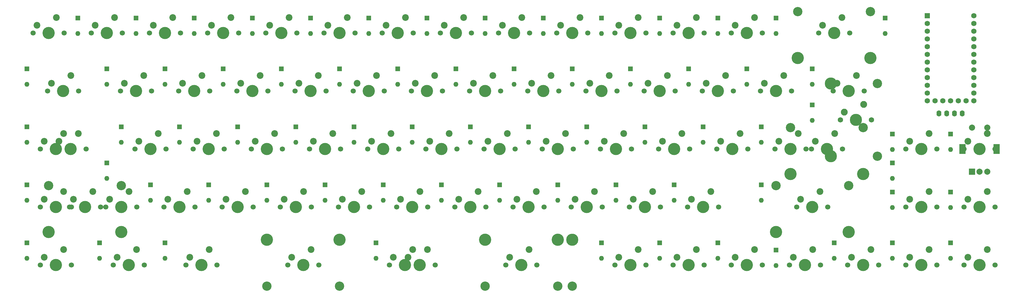
<source format=gbr>
%TF.GenerationSoftware,KiCad,Pcbnew,(5.1.12)-1*%
%TF.CreationDate,2021-12-04T22:37:35-05:00*%
%TF.ProjectId,GanJing 65 rev 2,47616e4a-696e-4672-9036-352072657620,2*%
%TF.SameCoordinates,Original*%
%TF.FileFunction,Soldermask,Bot*%
%TF.FilePolarity,Negative*%
%FSLAX46Y46*%
G04 Gerber Fmt 4.6, Leading zero omitted, Abs format (unit mm)*
G04 Created by KiCad (PCBNEW (5.1.12)-1) date 2021-12-04 22:37:35*
%MOMM*%
%LPD*%
G01*
G04 APERTURE LIST*
%ADD10O,1.600000X2.000000*%
%ADD11C,1.750000*%
%ADD12C,3.048000*%
%ADD13C,2.250000*%
%ADD14C,3.987800*%
%ADD15C,1.752600*%
%ADD16R,1.752600X1.752600*%
%ADD17C,4.000000*%
%ADD18C,1.700000*%
%ADD19C,2.200000*%
%ADD20C,2.000000*%
%ADD21R,2.000000X2.000000*%
%ADD22R,2.000000X3.200000*%
%ADD23C,3.050000*%
%ADD24O,1.600000X1.600000*%
%ADD25R,1.600000X1.600000*%
G04 APERTURE END LIST*
D10*
%TO.C,DS1*%
X358616250Y-131250000D03*
X353536250Y-131250000D03*
X350996250Y-131250000D03*
X356076250Y-131250000D03*
%TD*%
D11*
%TO.C,MX58*%
X318770000Y-133350000D03*
D12*
X330835000Y-121412000D03*
D13*
X320040000Y-130810000D03*
D14*
X315595000Y-121412000D03*
D13*
X326390000Y-128270000D03*
D14*
X315595000Y-145288000D03*
D12*
X330835000Y-145288000D03*
D11*
X328930000Y-133350000D03*
D14*
X323850000Y-133350000D03*
%TD*%
D15*
%TO.C,U1*%
X347186250Y-104210000D03*
X357346250Y-127070000D03*
D16*
X347186250Y-99130000D03*
D15*
X362426250Y-121990000D03*
X362426250Y-99130000D03*
X347186250Y-106750000D03*
X362426250Y-127070000D03*
X347186250Y-116910000D03*
X352266250Y-127070000D03*
X347186250Y-101670000D03*
X349726250Y-127070000D03*
X362426250Y-119450000D03*
X347186250Y-109290000D03*
X362426250Y-111830000D03*
X362426250Y-109290000D03*
X347186250Y-124530000D03*
X362426250Y-106750000D03*
X362426250Y-104210000D03*
X347186250Y-127070000D03*
X359886250Y-127070000D03*
X347186250Y-119450000D03*
X347186250Y-111830000D03*
X347186250Y-114370000D03*
X362426250Y-114370000D03*
X354806250Y-127070000D03*
X347186250Y-121990000D03*
X362426250Y-124530000D03*
X362426250Y-116910000D03*
X362426250Y-101670000D03*
%TD*%
D17*
%TO.C,MX76*%
X364331250Y-142875000D03*
D18*
X359251250Y-142875000D03*
D19*
X366871250Y-137795000D03*
X360521250Y-140335000D03*
D18*
X369411250Y-142875000D03*
%TD*%
D20*
%TO.C,SW1*%
X366831250Y-135875000D03*
X366831250Y-150375000D03*
D21*
X361831250Y-150375000D03*
D20*
X364331250Y-150375000D03*
X361831250Y-135875000D03*
D22*
X369931250Y-142875000D03*
X358731250Y-142875000D03*
%TD*%
D17*
%TO.C,MX75*%
X226212500Y-172735000D03*
X214312500Y-180975000D03*
D18*
X219392500Y-180975000D03*
D17*
X202412500Y-172735000D03*
D19*
X210502500Y-178435000D03*
D23*
X226212500Y-187975000D03*
D18*
X209232500Y-180975000D03*
D19*
X216852500Y-175895000D03*
D23*
X202412500Y-187975000D03*
%TD*%
D19*
%TO.C,MX74*%
X172402500Y-178435000D03*
D18*
X181292500Y-180975000D03*
D17*
X176212500Y-180975000D03*
D18*
X171132500Y-180975000D03*
D19*
X178752500Y-175895000D03*
%TD*%
D17*
%TO.C,MX73*%
X154775000Y-172735000D03*
D19*
X145415000Y-175895000D03*
D17*
X142875000Y-180975000D03*
D23*
X154775000Y-187975000D03*
D18*
X137795000Y-180975000D03*
D19*
X139065000Y-178435000D03*
D18*
X147955000Y-180975000D03*
D17*
X130975000Y-172735000D03*
D23*
X130975000Y-187975000D03*
%TD*%
D19*
%TO.C,MX72*%
X58102500Y-159385000D03*
D18*
X66992500Y-161925000D03*
D17*
X61912500Y-161925000D03*
D18*
X56832500Y-161925000D03*
D19*
X64452500Y-156845000D03*
%TD*%
%TO.C,MX71*%
X64452500Y-137795000D03*
D18*
X66992500Y-142875000D03*
X56832500Y-142875000D03*
D19*
X58102500Y-140335000D03*
D17*
X61912500Y-142875000D03*
%TD*%
D18*
%TO.C,MX70*%
X369411250Y-180975000D03*
D19*
X360521250Y-178435000D03*
X366871250Y-175895000D03*
D18*
X359251250Y-180975000D03*
D17*
X364331250Y-180975000D03*
%TD*%
D18*
%TO.C,MX69*%
X350361250Y-180975000D03*
D19*
X341471250Y-178435000D03*
X347821250Y-175895000D03*
D18*
X340201250Y-180975000D03*
D17*
X345281250Y-180975000D03*
%TD*%
D18*
%TO.C,MX68*%
X331311250Y-180975000D03*
D19*
X322421250Y-178435000D03*
X328771250Y-175895000D03*
D18*
X321151250Y-180975000D03*
D17*
X326231250Y-180975000D03*
%TD*%
D18*
%TO.C,MX67*%
X312261250Y-180975000D03*
D19*
X303371250Y-178435000D03*
X309721250Y-175895000D03*
D18*
X302101250Y-180975000D03*
D17*
X307181250Y-180975000D03*
%TD*%
D18*
%TO.C,MX66*%
X293211250Y-180975000D03*
D19*
X284321250Y-178435000D03*
X290671250Y-175895000D03*
D18*
X283051250Y-180975000D03*
D17*
X288131250Y-180975000D03*
%TD*%
D18*
%TO.C,MX65*%
X274161250Y-180975000D03*
D19*
X265271250Y-178435000D03*
X271621250Y-175895000D03*
D18*
X264001250Y-180975000D03*
D17*
X269081250Y-180975000D03*
%TD*%
D18*
%TO.C,MX64*%
X255111250Y-180975000D03*
D19*
X246221250Y-178435000D03*
X252571250Y-175895000D03*
D18*
X244951250Y-180975000D03*
D17*
X250031250Y-180975000D03*
%TD*%
%TO.C,MX63*%
X180975000Y-180975000D03*
D18*
X175895000Y-180975000D03*
D19*
X177165000Y-178435000D03*
X183515000Y-175895000D03*
D18*
X186055000Y-180975000D03*
D14*
X230974900Y-172720000D03*
D12*
X230974900Y-187960000D03*
D14*
X130975100Y-172720000D03*
D12*
X130975100Y-187960000D03*
%TD*%
D19*
%TO.C,MX62*%
X105727500Y-178435000D03*
D18*
X114617500Y-180975000D03*
D17*
X109537500Y-180975000D03*
D18*
X104457500Y-180975000D03*
D19*
X112077500Y-175895000D03*
%TD*%
%TO.C,MX61*%
X81915000Y-178435000D03*
D18*
X90805000Y-180975000D03*
D17*
X85725000Y-180975000D03*
D18*
X80645000Y-180975000D03*
D19*
X88265000Y-175895000D03*
%TD*%
%TO.C,MX60*%
X58102500Y-178435000D03*
D18*
X66992500Y-180975000D03*
D17*
X61912500Y-180975000D03*
D18*
X56832500Y-180975000D03*
D19*
X64452500Y-175895000D03*
%TD*%
D18*
%TO.C,MX59*%
X369411250Y-161925000D03*
D19*
X360521250Y-159385000D03*
X366871250Y-156845000D03*
D18*
X359251250Y-161925000D03*
D17*
X364331250Y-161925000D03*
%TD*%
%TO.C,MX57*%
X297662500Y-170165000D03*
D23*
X321462500Y-154925000D03*
D19*
X312102500Y-156845000D03*
D18*
X304482500Y-161925000D03*
D23*
X297662500Y-154925000D03*
D17*
X321462500Y-170165000D03*
D18*
X314642500Y-161925000D03*
D17*
X309562500Y-161925000D03*
D19*
X305752500Y-159385000D03*
%TD*%
D18*
%TO.C,MX56*%
X278923750Y-161925000D03*
D19*
X270033750Y-159385000D03*
X276383750Y-156845000D03*
D18*
X268763750Y-161925000D03*
D17*
X273843750Y-161925000D03*
%TD*%
D18*
%TO.C,MX55*%
X259873750Y-161925000D03*
D19*
X250983750Y-159385000D03*
X257333750Y-156845000D03*
D18*
X249713750Y-161925000D03*
D17*
X254793750Y-161925000D03*
%TD*%
D18*
%TO.C,MX54*%
X240823750Y-161925000D03*
D19*
X231933750Y-159385000D03*
X238283750Y-156845000D03*
D18*
X230663750Y-161925000D03*
D17*
X235743750Y-161925000D03*
%TD*%
D18*
%TO.C,MX53*%
X221773750Y-161925000D03*
D19*
X212883750Y-159385000D03*
X219233750Y-156845000D03*
D18*
X211613750Y-161925000D03*
D17*
X216693750Y-161925000D03*
%TD*%
D18*
%TO.C,MX52*%
X202723750Y-161925000D03*
D19*
X193833750Y-159385000D03*
X200183750Y-156845000D03*
D18*
X192563750Y-161925000D03*
D17*
X197643750Y-161925000D03*
%TD*%
D18*
%TO.C,MX51*%
X183673750Y-161925000D03*
D19*
X174783750Y-159385000D03*
X181133750Y-156845000D03*
D18*
X173513750Y-161925000D03*
D17*
X178593750Y-161925000D03*
%TD*%
D18*
%TO.C,MX50*%
X164623750Y-161925000D03*
D19*
X155733750Y-159385000D03*
X162083750Y-156845000D03*
D18*
X154463750Y-161925000D03*
D17*
X159543750Y-161925000D03*
%TD*%
D18*
%TO.C,MX49*%
X145573750Y-161925000D03*
D19*
X136683750Y-159385000D03*
X143033750Y-156845000D03*
D18*
X135413750Y-161925000D03*
D17*
X140493750Y-161925000D03*
%TD*%
D18*
%TO.C,MX48*%
X126523750Y-161925000D03*
D19*
X117633750Y-159385000D03*
X123983750Y-156845000D03*
D18*
X116363750Y-161925000D03*
D17*
X121443750Y-161925000D03*
%TD*%
D18*
%TO.C,MX47*%
X107473750Y-161925000D03*
D19*
X98583750Y-159385000D03*
X104933750Y-156845000D03*
D18*
X97313750Y-161925000D03*
D17*
X102393750Y-161925000D03*
%TD*%
D18*
%TO.C,MX46*%
X88423750Y-161925000D03*
D19*
X79533750Y-159385000D03*
X85883750Y-156845000D03*
D18*
X78263750Y-161925000D03*
D17*
X83343750Y-161925000D03*
%TD*%
D19*
%TO.C,MX45*%
X67627500Y-159385000D03*
X73977500Y-156845000D03*
D17*
X59537500Y-170165000D03*
D23*
X59537500Y-154925000D03*
D17*
X83337500Y-170165000D03*
D23*
X83337500Y-154925000D03*
D18*
X66357500Y-161925000D03*
X76517500Y-161925000D03*
D17*
X71437500Y-161925000D03*
%TD*%
D18*
%TO.C,MX44*%
X350361250Y-161925000D03*
D19*
X341471250Y-159385000D03*
X347821250Y-156845000D03*
D18*
X340201250Y-161925000D03*
D17*
X345281250Y-161925000D03*
%TD*%
D19*
%TO.C,MX43*%
X310515000Y-140335000D03*
X316865000Y-137795000D03*
D17*
X302425000Y-151115000D03*
D23*
X302425000Y-135875000D03*
D17*
X326225000Y-151115000D03*
D23*
X326225000Y-135875000D03*
D18*
X309245000Y-142875000D03*
X319405000Y-142875000D03*
D17*
X314325000Y-142875000D03*
%TD*%
D18*
%TO.C,MX42*%
X307498750Y-142875000D03*
D19*
X298608750Y-140335000D03*
X304958750Y-137795000D03*
D18*
X297338750Y-142875000D03*
D17*
X302418750Y-142875000D03*
%TD*%
D18*
%TO.C,MX41*%
X288448750Y-142875000D03*
D19*
X279558750Y-140335000D03*
X285908750Y-137795000D03*
D18*
X278288750Y-142875000D03*
D17*
X283368750Y-142875000D03*
%TD*%
D18*
%TO.C,MX40*%
X269398750Y-142875000D03*
D19*
X260508750Y-140335000D03*
X266858750Y-137795000D03*
D18*
X259238750Y-142875000D03*
D17*
X264318750Y-142875000D03*
%TD*%
D18*
%TO.C,MX39*%
X250348750Y-142875000D03*
D19*
X241458750Y-140335000D03*
X247808750Y-137795000D03*
D18*
X240188750Y-142875000D03*
D17*
X245268750Y-142875000D03*
%TD*%
D18*
%TO.C,MX38*%
X231298750Y-142875000D03*
D19*
X222408750Y-140335000D03*
X228758750Y-137795000D03*
D18*
X221138750Y-142875000D03*
D17*
X226218750Y-142875000D03*
%TD*%
D18*
%TO.C,MX37*%
X212248750Y-142875000D03*
D19*
X203358750Y-140335000D03*
X209708750Y-137795000D03*
D18*
X202088750Y-142875000D03*
D17*
X207168750Y-142875000D03*
%TD*%
D18*
%TO.C,MX36*%
X193198750Y-142875000D03*
D19*
X184308750Y-140335000D03*
X190658750Y-137795000D03*
D18*
X183038750Y-142875000D03*
D17*
X188118750Y-142875000D03*
%TD*%
D18*
%TO.C,MX35*%
X174148750Y-142875000D03*
D19*
X165258750Y-140335000D03*
X171608750Y-137795000D03*
D18*
X163988750Y-142875000D03*
D17*
X169068750Y-142875000D03*
%TD*%
D18*
%TO.C,MX34*%
X155098750Y-142875000D03*
D19*
X146208750Y-140335000D03*
X152558750Y-137795000D03*
D18*
X144938750Y-142875000D03*
D17*
X150018750Y-142875000D03*
%TD*%
D18*
%TO.C,MX33*%
X136048750Y-142875000D03*
D19*
X127158750Y-140335000D03*
X133508750Y-137795000D03*
D18*
X125888750Y-142875000D03*
D17*
X130968750Y-142875000D03*
%TD*%
D18*
%TO.C,MX32*%
X116998750Y-142875000D03*
D19*
X108108750Y-140335000D03*
X114458750Y-137795000D03*
D18*
X106838750Y-142875000D03*
D17*
X111918750Y-142875000D03*
%TD*%
D18*
%TO.C,MX31*%
X97948750Y-142875000D03*
D19*
X89058750Y-140335000D03*
X95408750Y-137795000D03*
D18*
X87788750Y-142875000D03*
D17*
X92868750Y-142875000D03*
%TD*%
D18*
%TO.C,MX30*%
X61595000Y-142875000D03*
D17*
X66675000Y-142875000D03*
D19*
X69215000Y-137795000D03*
D18*
X71755000Y-142875000D03*
D19*
X62865000Y-140335000D03*
%TD*%
D18*
%TO.C,MX29*%
X350361250Y-142875000D03*
D19*
X341471250Y-140335000D03*
X347821250Y-137795000D03*
D18*
X340201250Y-142875000D03*
D17*
X345281250Y-142875000D03*
%TD*%
D19*
%TO.C,MX28*%
X324008750Y-118745000D03*
D17*
X321468750Y-123825000D03*
D19*
X317658750Y-121285000D03*
D18*
X316388750Y-123825000D03*
X326548750Y-123825000D03*
%TD*%
%TO.C,MX27*%
X302736250Y-123825000D03*
D19*
X293846250Y-121285000D03*
X300196250Y-118745000D03*
D18*
X292576250Y-123825000D03*
D17*
X297656250Y-123825000D03*
%TD*%
D18*
%TO.C,MX26*%
X283686250Y-123825000D03*
D19*
X274796250Y-121285000D03*
X281146250Y-118745000D03*
D18*
X273526250Y-123825000D03*
D17*
X278606250Y-123825000D03*
%TD*%
D18*
%TO.C,MX25*%
X264636250Y-123825000D03*
D19*
X255746250Y-121285000D03*
X262096250Y-118745000D03*
D18*
X254476250Y-123825000D03*
D17*
X259556250Y-123825000D03*
%TD*%
D18*
%TO.C,MX24*%
X245586250Y-123825000D03*
D19*
X236696250Y-121285000D03*
X243046250Y-118745000D03*
D18*
X235426250Y-123825000D03*
D17*
X240506250Y-123825000D03*
%TD*%
D18*
%TO.C,MX23*%
X226536250Y-123825000D03*
D19*
X217646250Y-121285000D03*
X223996250Y-118745000D03*
D18*
X216376250Y-123825000D03*
D17*
X221456250Y-123825000D03*
%TD*%
D18*
%TO.C,MX22*%
X207486250Y-123825000D03*
D19*
X198596250Y-121285000D03*
X204946250Y-118745000D03*
D18*
X197326250Y-123825000D03*
D17*
X202406250Y-123825000D03*
%TD*%
D18*
%TO.C,MX21*%
X188436250Y-123825000D03*
D19*
X179546250Y-121285000D03*
X185896250Y-118745000D03*
D18*
X178276250Y-123825000D03*
D17*
X183356250Y-123825000D03*
%TD*%
D18*
%TO.C,MX20*%
X169386250Y-123825000D03*
D19*
X160496250Y-121285000D03*
X166846250Y-118745000D03*
D18*
X159226250Y-123825000D03*
D17*
X164306250Y-123825000D03*
%TD*%
D18*
%TO.C,MX19*%
X150336250Y-123825000D03*
D19*
X141446250Y-121285000D03*
X147796250Y-118745000D03*
D18*
X140176250Y-123825000D03*
D17*
X145256250Y-123825000D03*
%TD*%
D18*
%TO.C,MX18*%
X131286250Y-123825000D03*
D19*
X122396250Y-121285000D03*
X128746250Y-118745000D03*
D18*
X121126250Y-123825000D03*
D17*
X126206250Y-123825000D03*
%TD*%
D18*
%TO.C,MX17*%
X112236250Y-123825000D03*
D19*
X103346250Y-121285000D03*
X109696250Y-118745000D03*
D18*
X102076250Y-123825000D03*
D17*
X107156250Y-123825000D03*
%TD*%
D18*
%TO.C,MX16*%
X93186250Y-123825000D03*
D19*
X84296250Y-121285000D03*
X90646250Y-118745000D03*
D18*
X83026250Y-123825000D03*
D17*
X88106250Y-123825000D03*
%TD*%
D19*
%TO.C,MX15*%
X66833750Y-118745000D03*
D17*
X64293750Y-123825000D03*
D19*
X60483750Y-121285000D03*
D18*
X59213750Y-123825000D03*
X69373750Y-123825000D03*
%TD*%
D19*
%TO.C,MX14*%
X319246250Y-99695000D03*
D17*
X304806250Y-113015000D03*
D18*
X311626250Y-104775000D03*
D23*
X304806250Y-97775000D03*
D17*
X316706250Y-104775000D03*
D23*
X328606250Y-97775000D03*
D17*
X328606250Y-113015000D03*
D18*
X321786250Y-104775000D03*
D19*
X312896250Y-102235000D03*
%TD*%
D18*
%TO.C,MX13*%
X293211250Y-104775000D03*
D19*
X284321250Y-102235000D03*
X290671250Y-99695000D03*
D18*
X283051250Y-104775000D03*
D17*
X288131250Y-104775000D03*
%TD*%
D18*
%TO.C,MX12*%
X274161250Y-104775000D03*
D19*
X265271250Y-102235000D03*
X271621250Y-99695000D03*
D18*
X264001250Y-104775000D03*
D17*
X269081250Y-104775000D03*
%TD*%
D18*
%TO.C,MX11*%
X255111250Y-104775000D03*
D19*
X246221250Y-102235000D03*
X252571250Y-99695000D03*
D18*
X244951250Y-104775000D03*
D17*
X250031250Y-104775000D03*
%TD*%
D18*
%TO.C,MX10*%
X236061250Y-104775000D03*
D19*
X227171250Y-102235000D03*
X233521250Y-99695000D03*
D18*
X225901250Y-104775000D03*
D17*
X230981250Y-104775000D03*
%TD*%
D18*
%TO.C,MX9*%
X217011250Y-104775000D03*
D19*
X208121250Y-102235000D03*
X214471250Y-99695000D03*
D18*
X206851250Y-104775000D03*
D17*
X211931250Y-104775000D03*
%TD*%
D18*
%TO.C,MX8*%
X197961250Y-104775000D03*
D19*
X189071250Y-102235000D03*
X195421250Y-99695000D03*
D18*
X187801250Y-104775000D03*
D17*
X192881250Y-104775000D03*
%TD*%
D18*
%TO.C,MX7*%
X178911250Y-104775000D03*
D19*
X170021250Y-102235000D03*
X176371250Y-99695000D03*
D18*
X168751250Y-104775000D03*
D17*
X173831250Y-104775000D03*
%TD*%
D18*
%TO.C,MX6*%
X159861250Y-104775000D03*
D19*
X150971250Y-102235000D03*
X157321250Y-99695000D03*
D18*
X149701250Y-104775000D03*
D17*
X154781250Y-104775000D03*
%TD*%
D18*
%TO.C,MX5*%
X140811250Y-104775000D03*
D19*
X131921250Y-102235000D03*
X138271250Y-99695000D03*
D18*
X130651250Y-104775000D03*
D17*
X135731250Y-104775000D03*
%TD*%
D18*
%TO.C,MX4*%
X121761250Y-104775000D03*
D19*
X112871250Y-102235000D03*
X119221250Y-99695000D03*
D18*
X111601250Y-104775000D03*
D17*
X116681250Y-104775000D03*
%TD*%
D18*
%TO.C,MX3*%
X102711250Y-104775000D03*
D19*
X93821250Y-102235000D03*
X100171250Y-99695000D03*
D18*
X92551250Y-104775000D03*
D17*
X97631250Y-104775000D03*
%TD*%
D18*
%TO.C,MX2*%
X83661250Y-104775000D03*
D19*
X74771250Y-102235000D03*
X81121250Y-99695000D03*
D18*
X73501250Y-104775000D03*
D17*
X78581250Y-104775000D03*
%TD*%
D18*
%TO.C,MX1*%
X64611250Y-104775000D03*
D19*
X55721250Y-102235000D03*
X62071250Y-99695000D03*
D18*
X54451250Y-104775000D03*
D17*
X59531250Y-104775000D03*
%TD*%
D24*
%TO.C,D71*%
X354806250Y-143033750D03*
D25*
X354806250Y-137953750D03*
%TD*%
D24*
%TO.C,D70*%
X354806250Y-178752500D03*
D25*
X354806250Y-173672500D03*
%TD*%
D24*
%TO.C,D69*%
X335756250Y-178752500D03*
D25*
X335756250Y-173672500D03*
%TD*%
D24*
%TO.C,D68*%
X316706250Y-178752500D03*
D25*
X316706250Y-173672500D03*
%TD*%
D24*
%TO.C,D67*%
X297656250Y-181133750D03*
D25*
X297656250Y-176053750D03*
%TD*%
D24*
%TO.C,D66*%
X278606250Y-178752500D03*
D25*
X278606250Y-173672500D03*
%TD*%
D24*
%TO.C,D65*%
X259556250Y-178752500D03*
D25*
X259556250Y-173672500D03*
%TD*%
D24*
%TO.C,D64*%
X240506250Y-178752500D03*
D25*
X240506250Y-173672500D03*
%TD*%
D24*
%TO.C,D63*%
X166687500Y-178752500D03*
D25*
X166687500Y-173672500D03*
%TD*%
D24*
%TO.C,D62*%
X97631250Y-178752500D03*
D25*
X97631250Y-173672500D03*
%TD*%
D24*
%TO.C,D61*%
X76200000Y-178752500D03*
D25*
X76200000Y-173672500D03*
%TD*%
D24*
%TO.C,D60*%
X52387500Y-178752500D03*
D25*
X52387500Y-173672500D03*
%TD*%
D24*
%TO.C,D59*%
X354806250Y-162083750D03*
D25*
X354806250Y-157003750D03*
%TD*%
D24*
%TO.C,D58*%
X309562500Y-133508750D03*
D25*
X309562500Y-128428750D03*
%TD*%
D24*
%TO.C,D57*%
X292893750Y-159702500D03*
D25*
X292893750Y-154622500D03*
%TD*%
D24*
%TO.C,D56*%
X264318750Y-159702500D03*
D25*
X264318750Y-154622500D03*
%TD*%
D24*
%TO.C,D55*%
X245268750Y-159702500D03*
D25*
X245268750Y-154622500D03*
%TD*%
D24*
%TO.C,D54*%
X226218750Y-159702500D03*
D25*
X226218750Y-154622500D03*
%TD*%
D24*
%TO.C,D53*%
X207168750Y-159702500D03*
D25*
X207168750Y-154622500D03*
%TD*%
D24*
%TO.C,D52*%
X188118750Y-159702500D03*
D25*
X188118750Y-154622500D03*
%TD*%
D24*
%TO.C,D51*%
X169068750Y-159702500D03*
D25*
X169068750Y-154622500D03*
%TD*%
D24*
%TO.C,D50*%
X150018750Y-159702500D03*
D25*
X150018750Y-154622500D03*
%TD*%
D24*
%TO.C,D49*%
X130968750Y-159702500D03*
D25*
X130968750Y-154622500D03*
%TD*%
D24*
%TO.C,D48*%
X111918750Y-159702500D03*
D25*
X111918750Y-154622500D03*
%TD*%
D24*
%TO.C,D47*%
X92868750Y-159702500D03*
D25*
X92868750Y-154622500D03*
%TD*%
D24*
%TO.C,D46*%
X78581250Y-152558750D03*
D25*
X78581250Y-147478750D03*
%TD*%
D24*
%TO.C,D45*%
X52387500Y-159702500D03*
D25*
X52387500Y-154622500D03*
%TD*%
D24*
%TO.C,D44*%
X335756250Y-162083750D03*
D25*
X335756250Y-157003750D03*
%TD*%
D24*
%TO.C,D43*%
X335756250Y-152558750D03*
D25*
X335756250Y-147478750D03*
%TD*%
D24*
%TO.C,D42*%
X292893750Y-140652500D03*
D25*
X292893750Y-135572500D03*
%TD*%
D24*
%TO.C,D41*%
X273843750Y-140652500D03*
D25*
X273843750Y-135572500D03*
%TD*%
D24*
%TO.C,D40*%
X254793750Y-140652500D03*
D25*
X254793750Y-135572500D03*
%TD*%
D24*
%TO.C,D39*%
X235743750Y-140652500D03*
D25*
X235743750Y-135572500D03*
%TD*%
D24*
%TO.C,D38*%
X216693750Y-140652500D03*
D25*
X216693750Y-135572500D03*
%TD*%
D24*
%TO.C,D37*%
X197643750Y-140652500D03*
D25*
X197643750Y-135572500D03*
%TD*%
D24*
%TO.C,D36*%
X178593750Y-140652500D03*
D25*
X178593750Y-135572500D03*
%TD*%
D24*
%TO.C,D35*%
X159543750Y-140652500D03*
D25*
X159543750Y-135572500D03*
%TD*%
D24*
%TO.C,D34*%
X140493750Y-140652500D03*
D25*
X140493750Y-135572500D03*
%TD*%
D24*
%TO.C,D33*%
X121443750Y-140652500D03*
D25*
X121443750Y-135572500D03*
%TD*%
D24*
%TO.C,D32*%
X102393750Y-140652500D03*
D25*
X102393750Y-135572500D03*
%TD*%
D24*
%TO.C,D31*%
X83343750Y-140652500D03*
D25*
X83343750Y-135572500D03*
%TD*%
D24*
%TO.C,D30*%
X52387500Y-140652500D03*
D25*
X52387500Y-135572500D03*
%TD*%
D24*
%TO.C,D29*%
X335756250Y-143033750D03*
D25*
X335756250Y-137953750D03*
%TD*%
D24*
%TO.C,D28*%
X309562500Y-121602500D03*
D25*
X309562500Y-116522500D03*
%TD*%
D24*
%TO.C,D27*%
X288131250Y-121602500D03*
D25*
X288131250Y-116522500D03*
%TD*%
D24*
%TO.C,D26*%
X269081250Y-121602500D03*
D25*
X269081250Y-116522500D03*
%TD*%
D24*
%TO.C,D25*%
X250031250Y-121602500D03*
D25*
X250031250Y-116522500D03*
%TD*%
D24*
%TO.C,D24*%
X230981250Y-121602500D03*
D25*
X230981250Y-116522500D03*
%TD*%
D24*
%TO.C,D23*%
X211931250Y-121602500D03*
D25*
X211931250Y-116522500D03*
%TD*%
D24*
%TO.C,D22*%
X192881250Y-121602500D03*
D25*
X192881250Y-116522500D03*
%TD*%
D24*
%TO.C,D21*%
X173831250Y-121602500D03*
D25*
X173831250Y-116522500D03*
%TD*%
D24*
%TO.C,D20*%
X154781250Y-121602500D03*
D25*
X154781250Y-116522500D03*
%TD*%
D24*
%TO.C,D19*%
X135731250Y-121602500D03*
D25*
X135731250Y-116522500D03*
%TD*%
D24*
%TO.C,D18*%
X116681250Y-121602500D03*
D25*
X116681250Y-116522500D03*
%TD*%
D24*
%TO.C,D17*%
X97631250Y-121602500D03*
D25*
X97631250Y-116522500D03*
%TD*%
D24*
%TO.C,D16*%
X78581250Y-121602500D03*
D25*
X78581250Y-116522500D03*
%TD*%
D24*
%TO.C,D15*%
X52387500Y-121602500D03*
D25*
X52387500Y-116522500D03*
%TD*%
D24*
%TO.C,D14*%
X333375000Y-104933750D03*
D25*
X333375000Y-99853750D03*
%TD*%
D24*
%TO.C,D13*%
X297656250Y-104933750D03*
D25*
X297656250Y-99853750D03*
%TD*%
D24*
%TO.C,D12*%
X278606250Y-104933750D03*
D25*
X278606250Y-99853750D03*
%TD*%
D24*
%TO.C,D11*%
X259556250Y-104933750D03*
D25*
X259556250Y-99853750D03*
%TD*%
D24*
%TO.C,D10*%
X240506250Y-104933750D03*
D25*
X240506250Y-99853750D03*
%TD*%
D24*
%TO.C,D9*%
X221456250Y-104933750D03*
D25*
X221456250Y-99853750D03*
%TD*%
D24*
%TO.C,D8*%
X202406250Y-104933750D03*
D25*
X202406250Y-99853750D03*
%TD*%
D24*
%TO.C,D7*%
X183356250Y-104933750D03*
D25*
X183356250Y-99853750D03*
%TD*%
D24*
%TO.C,D6*%
X164306250Y-104933750D03*
D25*
X164306250Y-99853750D03*
%TD*%
D24*
%TO.C,D5*%
X145256250Y-104933750D03*
D25*
X145256250Y-99853750D03*
%TD*%
D24*
%TO.C,D4*%
X126206250Y-104933750D03*
D25*
X126206250Y-99853750D03*
%TD*%
D24*
%TO.C,D3*%
X107156250Y-104933750D03*
D25*
X107156250Y-99853750D03*
%TD*%
D24*
%TO.C,D2*%
X88106250Y-104933750D03*
D25*
X88106250Y-99853750D03*
%TD*%
D24*
%TO.C,D1*%
X69056250Y-104933750D03*
D25*
X69056250Y-99853750D03*
%TD*%
M02*

</source>
